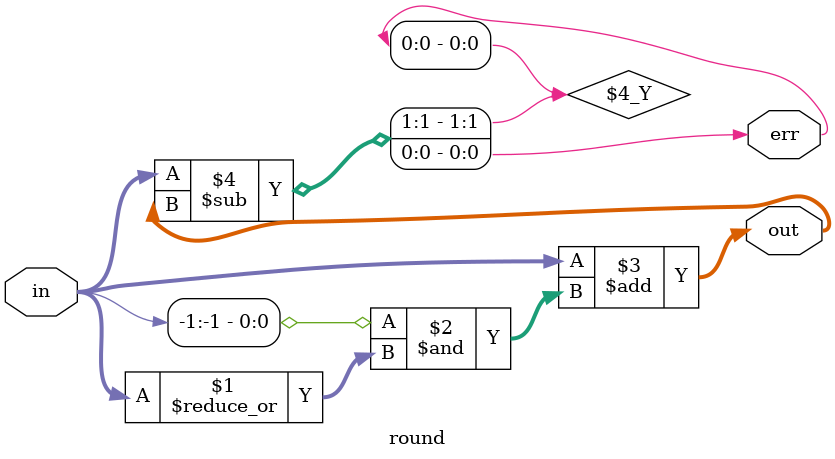
<source format=v>


module round
  #(parameter bits_in=0,
    parameter bits_out=0)
    (input [bits_in-1:0] in,
     output [bits_out-1:0] out,
     output [bits_in-bits_out:0] err);

   assign out = in[bits_in-1:bits_in-bits_out] + (in[bits_in-1] & |in[bits_in-bits_out-1:0]);
   assign err = in - {out,{(bits_in-bits_out){1'b0}}};
   
endmodule // round

</source>
